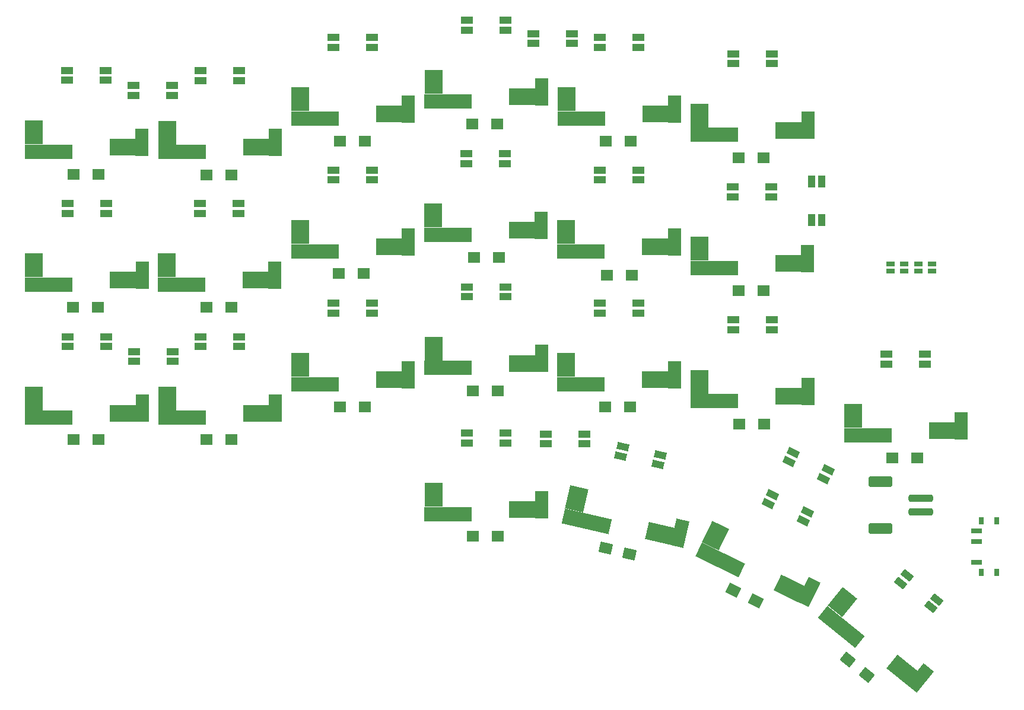
<source format=gtp>
G04 #@! TF.GenerationSoftware,KiCad,Pcbnew,7.0.8*
G04 #@! TF.CreationDate,2023-11-01T04:13:04+08:00*
G04 #@! TF.ProjectId,owl,6f776c2e-6b69-4636-9164-5f7063625858,rev?*
G04 #@! TF.SameCoordinates,Original*
G04 #@! TF.FileFunction,Paste,Top*
G04 #@! TF.FilePolarity,Positive*
%FSLAX46Y46*%
G04 Gerber Fmt 4.6, Leading zero omitted, Abs format (unit mm)*
G04 Created by KiCad (PCBNEW 7.0.8) date 2023-11-01 04:13:04*
%MOMM*%
%LPD*%
G01*
G04 APERTURE LIST*
G04 Aperture macros list*
%AMRoundRect*
0 Rectangle with rounded corners*
0 $1 Rounding radius*
0 $2 $3 $4 $5 $6 $7 $8 $9 X,Y pos of 4 corners*
0 Add a 4 corners polygon primitive as box body*
4,1,4,$2,$3,$4,$5,$6,$7,$8,$9,$2,$3,0*
0 Add four circle primitives for the rounded corners*
1,1,$1+$1,$2,$3*
1,1,$1+$1,$4,$5*
1,1,$1+$1,$6,$7*
1,1,$1+$1,$8,$9*
0 Add four rect primitives between the rounded corners*
20,1,$1+$1,$2,$3,$4,$5,0*
20,1,$1+$1,$4,$5,$6,$7,0*
20,1,$1+$1,$6,$7,$8,$9,0*
20,1,$1+$1,$8,$9,$2,$3,0*%
%AMRotRect*
0 Rectangle, with rotation*
0 The origin of the aperture is its center*
0 $1 length*
0 $2 width*
0 $3 Rotation angle, in degrees counterclockwise*
0 Add horizontal line*
21,1,$1,$2,0,0,$3*%
G04 Aperture macros list end*
%ADD10R,4.263000X2.494600*%
%ADD11R,1.889600X3.874597*%
%ADD12R,2.662800X3.383601*%
%ADD13R,6.853800X2.159000*%
%ADD14RotRect,4.263000X2.494600X141.000000*%
%ADD15RotRect,1.889600X3.874597X321.000000*%
%ADD16RotRect,2.662800X3.383601X141.000000*%
%ADD17RotRect,6.853800X2.159000X321.000000*%
%ADD18RotRect,4.263000X2.494600X154.000000*%
%ADD19RotRect,1.889600X3.874597X334.000000*%
%ADD20RotRect,2.662800X3.383601X154.000000*%
%ADD21RotRect,6.853800X2.159000X334.000000*%
%ADD22RotRect,4.263000X2.494600X167.000000*%
%ADD23RotRect,1.889600X3.874597X347.000000*%
%ADD24RotRect,2.662800X3.383601X167.000000*%
%ADD25RotRect,6.853800X2.159000X347.000000*%
%ADD26R,1.800000X1.500000*%
%ADD27R,0.800000X1.000000*%
%ADD28R,1.500000X0.700000*%
%ADD29RotRect,1.700000X1.000000X334.000000*%
%ADD30R,1.700000X1.000000*%
%ADD31R,1.143000X0.635000*%
%ADD32RotRect,1.800000X1.500000X154.000000*%
%ADD33R,1.000000X1.700000*%
%ADD34RotRect,1.700000X1.000000X154.000000*%
%ADD35RotRect,1.800000X1.500000X167.000000*%
%ADD36RotRect,1.700000X1.000000X347.000000*%
%ADD37RotRect,1.700000X1.000000X321.000000*%
%ADD38RotRect,1.800000X1.500000X141.000000*%
%ADD39RoundRect,0.250000X-1.500000X0.250000X-1.500000X-0.250000X1.500000X-0.250000X1.500000X0.250000X0*%
%ADD40RoundRect,0.250001X-1.449999X0.499999X-1.449999X-0.499999X1.449999X-0.499999X1.449999X0.499999X0*%
G04 APERTURE END LIST*
D10*
X206855500Y-113332099D03*
D11*
X209341800Y-112642097D03*
D12*
X193918400Y-111236599D03*
D13*
X196013900Y-114007900D03*
D14*
X201114076Y-147620563D03*
D15*
X203480526Y-148649010D03*
D16*
X192378802Y-137850473D03*
D17*
X192263275Y-141322919D03*
D18*
X185023730Y-135918261D03*
D19*
X187560879Y-136388013D03*
D20*
X174314548Y-128363586D03*
D21*
X174983113Y-131773022D03*
D22*
X166581896Y-128063791D03*
D23*
X169159689Y-127950769D03*
D24*
X154447758Y-123111784D03*
D25*
X155866143Y-126283442D03*
D10*
X146962300Y-124609699D03*
D11*
X149448600Y-123919697D03*
D12*
X134025200Y-122514199D03*
D13*
X136120700Y-125285500D03*
D10*
X184960700Y-108455299D03*
D11*
X187447000Y-107765297D03*
D12*
X172023600Y-106359799D03*
D13*
X174119100Y-109131100D03*
D10*
X165910700Y-106067699D03*
D11*
X168397000Y-105377697D03*
D12*
X152973600Y-103972199D03*
D13*
X155069100Y-106743500D03*
D10*
X146962300Y-103730899D03*
D11*
X149448600Y-103040897D03*
D12*
X134025200Y-101635399D03*
D13*
X136120700Y-104406700D03*
D10*
X127963100Y-106067699D03*
D11*
X130449400Y-105377697D03*
D12*
X115026000Y-103972199D03*
D13*
X117121500Y-106743500D03*
D10*
X108963900Y-110842899D03*
D11*
X111450200Y-110152897D03*
D12*
X96026800Y-108747399D03*
D13*
X98122300Y-111518700D03*
D10*
X89964700Y-110842899D03*
D11*
X92451000Y-110152897D03*
D12*
X77027600Y-108747399D03*
D13*
X79123100Y-111518700D03*
D10*
X184909900Y-89456099D03*
D11*
X187396200Y-88766097D03*
D12*
X171972800Y-87360599D03*
D13*
X174068300Y-90131900D03*
D10*
X165910700Y-87068499D03*
D11*
X168397000Y-86378497D03*
D12*
X152973600Y-84972999D03*
D13*
X155069100Y-87744300D03*
D10*
X146911500Y-84731699D03*
D11*
X149397800Y-84041697D03*
D12*
X133974400Y-82636199D03*
D13*
X136069900Y-85407500D03*
D10*
X127963100Y-87068499D03*
D11*
X130449400Y-86378497D03*
D12*
X115026000Y-84972999D03*
D13*
X117121500Y-87744300D03*
D10*
X108913100Y-91843699D03*
D11*
X111399400Y-91153697D03*
D12*
X95976000Y-89748199D03*
D13*
X98071500Y-92519500D03*
D10*
X89964700Y-91843699D03*
D11*
X92451000Y-91153697D03*
D12*
X77027600Y-89748199D03*
D13*
X79123100Y-92519500D03*
D10*
X184960700Y-70456899D03*
D11*
X187447000Y-69766897D03*
D12*
X172023600Y-68361399D03*
D13*
X174119100Y-71132700D03*
D10*
X165961500Y-68120099D03*
D11*
X168447800Y-67430097D03*
D12*
X153024400Y-66024599D03*
D13*
X155119900Y-68795900D03*
D10*
X146962300Y-65681699D03*
D11*
X149448600Y-64991697D03*
D12*
X134025200Y-63586199D03*
D13*
X136120700Y-66357500D03*
D10*
X127963100Y-68120099D03*
D11*
X130449400Y-67430097D03*
D12*
X115026000Y-66024599D03*
D13*
X117121500Y-68795900D03*
D10*
X108963900Y-72895299D03*
D11*
X111450200Y-72205297D03*
D12*
X96026800Y-70799799D03*
D13*
X98122300Y-73571100D03*
D10*
X89913900Y-72844499D03*
D11*
X92400200Y-72154497D03*
D12*
X76976800Y-70748999D03*
D13*
X79072300Y-73520300D03*
D26*
X143357600Y-88595200D03*
X139807600Y-88595200D03*
D27*
X212215000Y-133550000D03*
X214425000Y-133550000D03*
X212215000Y-126250000D03*
X214425000Y-126250000D03*
D28*
X211565000Y-132150000D03*
X211565000Y-129150000D03*
X211565000Y-127650000D03*
D29*
X187385743Y-124934765D03*
X186772024Y-126193076D03*
X181828657Y-123782035D03*
X182442376Y-122523724D03*
D30*
X144228000Y-73823600D03*
X144228000Y-75223600D03*
X138728000Y-75223600D03*
X138728000Y-73823600D03*
X119779600Y-96559600D03*
X119779600Y-95159600D03*
X125279600Y-95159600D03*
X125279600Y-96559600D03*
D26*
X162150600Y-72034400D03*
X158600600Y-72034400D03*
X181149800Y-93370400D03*
X177599800Y-93370400D03*
D31*
X205180000Y-90586380D03*
X205180000Y-89585620D03*
D30*
X81730400Y-63336400D03*
X81730400Y-61936400D03*
X87230400Y-61936400D03*
X87230400Y-63336400D03*
D32*
X180004959Y-137633309D03*
X176814241Y-136077091D03*
D33*
X188022000Y-83268000D03*
X189422000Y-83268000D03*
X189422000Y-77768000D03*
X188022000Y-77768000D03*
D30*
X176777200Y-60948800D03*
X176777200Y-59548800D03*
X182277200Y-59548800D03*
X182277200Y-60948800D03*
D34*
X189714824Y-120159676D03*
X190328543Y-118901365D03*
X185385176Y-116490324D03*
X184771457Y-117748635D03*
D31*
X201217600Y-90586380D03*
X201217600Y-89585620D03*
D30*
X119779600Y-58612000D03*
X119779600Y-57212000D03*
X125279600Y-57212000D03*
X125279600Y-58612000D03*
D26*
X105203800Y-114604800D03*
X101653800Y-114604800D03*
X143202200Y-107645200D03*
X139652200Y-107645200D03*
D35*
X162035494Y-130943557D03*
X158576480Y-130144981D03*
D26*
X162099800Y-109982000D03*
X158549800Y-109982000D03*
X105150000Y-95758000D03*
X101600000Y-95758000D03*
X203095400Y-117246400D03*
X199545400Y-117246400D03*
D30*
X100780400Y-63387200D03*
X100780400Y-61987200D03*
X106280400Y-61987200D03*
X106280400Y-63387200D03*
D26*
X181197600Y-112369600D03*
X177647600Y-112369600D03*
X86156800Y-95758000D03*
X82606800Y-95758000D03*
D36*
X166412983Y-116827356D03*
X166098052Y-118191474D03*
X160739017Y-116954244D03*
X161053948Y-115590126D03*
D30*
X106236400Y-80946800D03*
X106236400Y-82346800D03*
X100736400Y-82346800D03*
X100736400Y-80946800D03*
D31*
X203198800Y-90586380D03*
X203198800Y-89585620D03*
D30*
X148250000Y-56675000D03*
X148250000Y-58075000D03*
X153750000Y-58075000D03*
X153750000Y-56675000D03*
D26*
X143151400Y-69596000D03*
X139601400Y-69596000D03*
X143202200Y-128371600D03*
X139652200Y-128371600D03*
D30*
X125279600Y-76160400D03*
X125279600Y-77560400D03*
X119779600Y-77560400D03*
X119779600Y-76160400D03*
X138778800Y-94222800D03*
X138778800Y-92822800D03*
X144278800Y-92822800D03*
X144278800Y-94222800D03*
X138778800Y-56173600D03*
X138778800Y-54773600D03*
X144278800Y-54773600D03*
X144278800Y-56173600D03*
D26*
X162300000Y-91135200D03*
X158750000Y-91135200D03*
X124101400Y-90881200D03*
X120551400Y-90881200D03*
D30*
X163227200Y-76160400D03*
X163227200Y-77560400D03*
X157727200Y-77560400D03*
X157727200Y-76160400D03*
X198672000Y-103824000D03*
X198672000Y-102424000D03*
X204172000Y-102424000D03*
X204172000Y-103824000D03*
X157778000Y-58612000D03*
X157778000Y-57212000D03*
X163278000Y-57212000D03*
X163278000Y-58612000D03*
X91250000Y-64075000D03*
X91250000Y-65475000D03*
X96750000Y-65475000D03*
X96750000Y-64075000D03*
X155550000Y-115225000D03*
X155550000Y-113825000D03*
X150050000Y-113825000D03*
X150050000Y-115225000D03*
X176777200Y-98947200D03*
X176777200Y-97547200D03*
X182277200Y-97547200D03*
X182277200Y-98947200D03*
D37*
X205879276Y-137432229D03*
X204998227Y-138520233D03*
X200723924Y-135058971D03*
X201604973Y-133970967D03*
D38*
X195903076Y-148244286D03*
X193144208Y-146010198D03*
D30*
X144278800Y-113701600D03*
X144278800Y-115101600D03*
X138778800Y-115101600D03*
X138778800Y-113701600D03*
X87281200Y-80935600D03*
X87281200Y-82335600D03*
X81781200Y-82335600D03*
X81781200Y-80935600D03*
X157727200Y-96559600D03*
X157727200Y-95159600D03*
X163227200Y-95159600D03*
X163227200Y-96559600D03*
D26*
X124203000Y-72034400D03*
X120653000Y-72034400D03*
X86204600Y-114604800D03*
X82654600Y-114604800D03*
D30*
X100780400Y-101334800D03*
X100780400Y-99934800D03*
X106280400Y-99934800D03*
X106280400Y-101334800D03*
X81781200Y-101334800D03*
X81781200Y-99934800D03*
X87281200Y-99934800D03*
X87281200Y-101334800D03*
D26*
X124203000Y-109931200D03*
X120653000Y-109931200D03*
D30*
X91300000Y-102075000D03*
X91300000Y-103475000D03*
X96800000Y-103475000D03*
X96800000Y-102075000D03*
X182226400Y-78548000D03*
X182226400Y-79948000D03*
X176726400Y-79948000D03*
X176726400Y-78548000D03*
D26*
X181149800Y-74425000D03*
X177599800Y-74425000D03*
X86200000Y-76800000D03*
X82650000Y-76800000D03*
D39*
X203600000Y-122950000D03*
X203600000Y-124950000D03*
D40*
X197850000Y-120600000D03*
X197850000Y-127300000D03*
D26*
X105203800Y-76850000D03*
X101653800Y-76850000D03*
D31*
X199236400Y-90586380D03*
X199236400Y-89585620D03*
M02*

</source>
